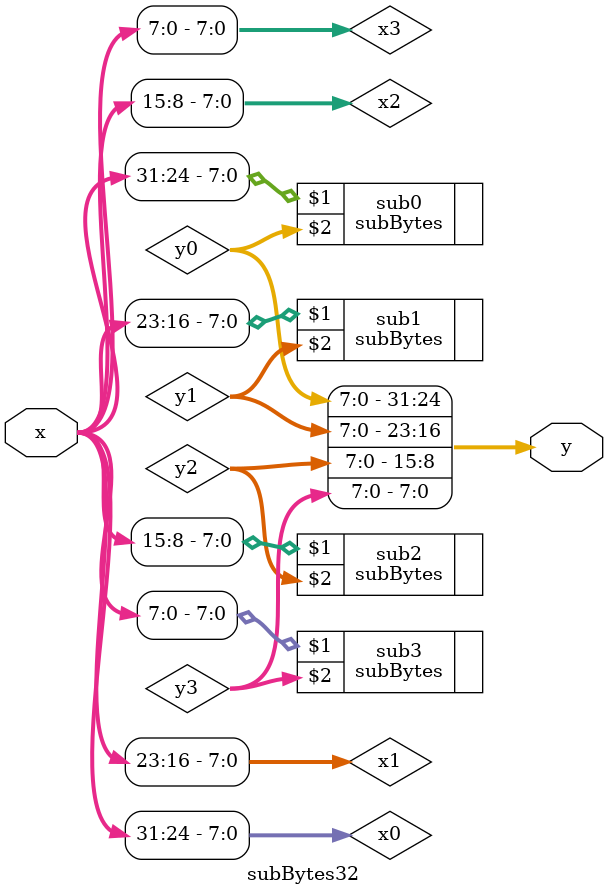
<source format=v>
module subBytes32 (x, y);
input [31:0] x;
output [31:0] y;
wire [7:0] x0, x1, x2, x3;
wire [7:0] y0, y1, y2, y3;

assign x0 = x[31:24];
assign x1 = x[23:16];
assign x2 = x[15: 8];
assign x3 = x[ 7: 0];

subBytes sub0 (x0, y0);
subBytes sub1 (x1, y1);
subBytes sub2 (x2, y2);
subBytes sub3 (x3, y3);

assign y = {y0, y1, y2, y3};
endmodule

</source>
